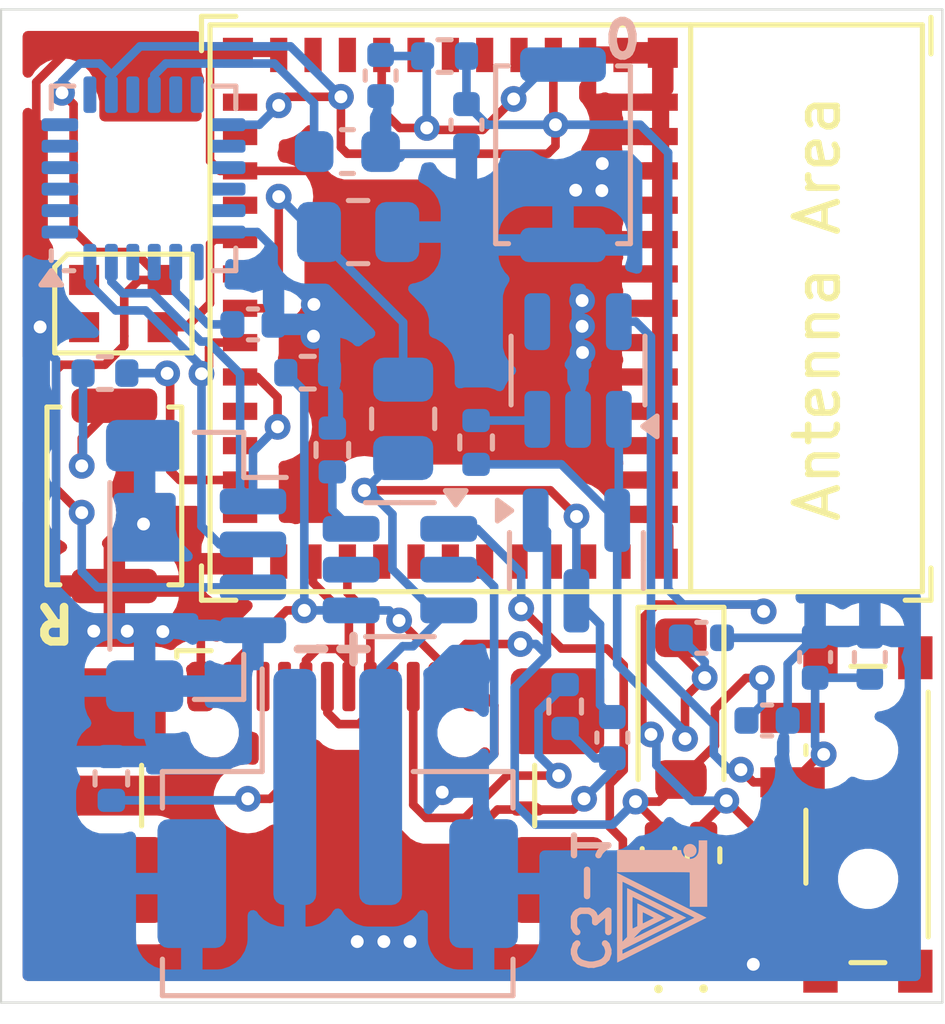
<source format=kicad_pcb>
(kicad_pcb (version 20240108) (generator "pcbnew") (generator_version "8.0")
  (layers (0 "F.Cu" signal) (31 "B.Cu" signal) (34 "B.Paste" user) (35 "F.Paste" user) (36 "B.SilkS" user "B.Silkscreen") (37 "F.SilkS" user "F.Silkscreen") (38 "B.Mask" user) (39 "F.Mask" user) (44 "Edge.Cuts" user))
  (net 0 "")
  (net 1 "SDA")
  (net 2 "SCL")
  (net 3 "+3V3")
  (net 4 "Net-(D4-K)")
  (net 5 "GND")
  (net 6 "RGB_DI")
  (net 7 "RESET")
  (net 8 "+BATT")
  (net 9 "Net-(D2-K)")
  (net 10 "USB_N")
  (net 11 "VBUS")
  (net 12 "Net-(D1-A)")
  (net 13 "Net-(D2-A)")
  (net 14 "USB_P")
  (net 16 "SP_BAT")
  (net 17 "BOOT")
  (net 19 "Net-(U1-PROG)")
  (net 21 "Net-(U4-EN)")
  (net 41 "Net-(U2-REGOUT)")
  (net 42 "Net-(U2-CPOUT)")
  (net 65 "Net-(J2-CC2)")
  (net 68 "Net-(J2-CC1)")
  (net 69 "Net-(SW1-A)")
  (net 72 "Net-(SW3-C)")
  (footprint "LED_SMD:LED_0402_1005Metric" (layer "F.Cu") (at 126.17 72.45 90)
    (property "Reference" "D2" (hide yes))
    (property "Value" "BLUE" (hide yes))
  )
  (footprint "LED_SMD:LED_WS2812B-2020_PLCC4_2.0x2.0mm" (layer "F.Cu") (at 113.7 57.575)
    (property "Reference" "D3" (hide yes))
    (property "Value" "WS2812B-2020" (hide yes))
  )
  (footprint "Button_Switch_SMD:SW_Push_SPST_NO_Alps_SKRK" (layer "F.Cu") (at 113.49 62.055 -90)
    (property "Reference" "SW1" (hide yes))
    (property "Value" "Boot" (hide yes))
  )
  (footprint "Resistor_SMD:R_0402_1005Metric" (layer "F.Cu") (at 127.22 70.425 -90)
    (property "Reference" "R3" (hide yes))
    (property "Value" "2K" (hide yes))
  )
  (footprint "Connector_USB:USB_C_Receptacle_GCT_USB4110" (layer "F.Cu") (at 118.705 70.175)
    (property "Reference" "J2" (hide yes))
    (property "Value" "USB_C_Receptacle_USB2.0_16P" (hide yes))
  )
  (footprint "Diode_SMD:D_SOD-123" (layer "F.Cu") (at 126.695 67.01 -90)
    (property "Reference" "D4" (hide yes))
    (property "Value" "MBR0530" (hide yes))
  )
  (footprint "Resistor_SMD:R_0402_1005Metric" (layer "F.Cu") (at 126.17 70.425 90)
    (property "Reference" "R10" (hide yes))
    (property "Value" "2K" (hide yes))
  )
  (footprint "PCM_Espressif:ESP32-C3-MINI-1" (layer "F.Cu") (at 124.02 57.685 -90)
    (property "Reference" "U3" (hide yes))
    (property "Value" "ESP32-C3-MINI-1" (hide yes))
  )
  (footprint "Button_Switch_SMD:SW_SPDT_PCM12" (layer "F.Cu") (at 130.725 69.475 90)
    (property "Reference" "SW3" (hide yes))
    (property "Value" "SW_SPDT_312" (hide yes))
  )
  (footprint "LED_SMD:LED_0402_1005Metric" (layer "F.Cu") (at 127.22 72.44 90)
    (property "Reference" "D1" (hide yes))
    (property "Value" "RED" (hide yes))
  )
  (footprint "Resistor_SMD:R_0402_1005Metric" (layer "B.Cu") (at 121.92 60.81 90)
    (property "Reference" "R13" (hide yes))
    (property "Value" "10K" (hide yes))
  )
  (footprint "Resistor_SMD:R_0402_1005Metric" (layer "B.Cu") (at 117.995 59.185)
    (property "Reference" "R12" (hide yes))
    (property "Value" "10K" (hide yes))
  )
  (footprint "Capacitor_SMD:C_0402_1005Metric" (layer "B.Cu") (at 121.695 53.41 -90)
    (property "Reference" "C1" (hide yes))
    (property "Value" "1.0uF" (hide yes))
  )
  (footprint "Resistor_SMD:R_0402_1005Metric" (layer "B.Cu") (at 113.27 59.195 180)
    (property "Reference" "R1" (hide yes))
    (property "Value" "10K" (hide yes))
  )
  (footprint "Capacitor_SMD:C_0402_1005Metric" (layer "B.Cu") (at 129.82 65.81 90)
    (property "Reference" "C9" (hide yes))
    (property "Value" "1.0uF" (hide yes))
  )
  (footprint "Resistor_SMD:R_0402_1005Metric" (layer "B.Cu") (at 118.57 60.985 90)
    (property "Reference" "R2" (hide yes))
    (property "Value" "2K" (hide yes))
  )
  (footprint "Button_Switch_SMD:SW_Push_SPST_NO_Alps_SKRK" (layer "B.Cu") (at 123.945 54.11 -90)
    (property "Reference" "SW2" (hide yes))
    (property "Value" "Reset" (hide yes))
  )
  (footprint "Resistor_SMD:R_0805_2012Metric" (layer "B.Cu") (at 120.22 60.26 90)
    (property "Reference" "R4" (hide yes))
    (property "Value" "442K" (hide yes))
  )
  (footprint "Package_TO_SOT_SMD:SOT-23" (layer "B.Cu") (at 124.2575 63.56 -90)
    (property "Reference" "Q1" (hide yes))
    (property "Value" "AO3401A" (hide yes))
  )
  (footprint "Package_TO_SOT_SMD:SOT-23-5" (layer "B.Cu") (at 124.295 59.135 90)
    (property "Reference" "U4" (hide yes))
    (property "Value" "AP2112K-3.3" (hide yes))
  )
  (footprint "Capacitor_SMD:C_0402_1005Metric" (layer "B.Cu") (at 128.7 67.285)
    (property "Reference" "C3" (hide yes))
    (property "Value" "10uF" (hide yes))
  )
  (footprint "Resistor_SMD:R_0805_2012Metric" (layer "B.Cu") (at 119.17 55.91)
    (property "Reference" "R5" (hide yes))
    (property "Value" "160K" (hide yes))
  )
  (footprint "Package_TO_SOT_SMD:TSOT-23-6" (layer "B.Cu") (at 120.145 63.7725 180)
    (property "Reference" "U1" (hide yes))
    (property "Value" "TP4057" (hide yes))
  )
  (footprint "Connector_JST:JST_PH_B2B-PH-SM4-TB_1x02-1MP_P2.00mm_Vertical" (layer "B.Cu") (at 118.695 69.335)
    (property "Reference" "J1" (hide yes))
    (property "Value" "PH2.0" (hide yes))
  )
  (footprint "Capacitor_SMD:C_0402_1005Metric" (layer "B.Cu") (at 127.17 65.36)
    (property "Reference" "C7" (hide yes))
    (property "Value" "1.0uF" (hide yes))
  )
  (footprint "Capacitor_SMD:C_0603_1608Metric" (layer "B.Cu") (at 118.92 54.035 180)
    (property "Reference" "C5" (hide yes))
    (property "Value" "2.2nF" (hide yes))
  )
  (footprint "Resistor_SMD:R_0402_1005Metric" (layer "B.Cu") (at 123.995 66.96 90)
    (property "Reference" "R6" (hide yes))
    (property "Value" "5.1K" (hide yes))
  )
  (footprint "Connector_JST:JST_SH_BM04B-SRSS-TB_1x04-1MP_P1.00mm_Vertical" (layer "B.Cu") (at 115.395 63.685 -90)
    (property "Reference" "J3" (hide yes))
    (property "Value" "SH1.0" (hide yes))
  )
  (footprint "Capacitor_SMD:C_0402_1005Metric" (layer "B.Cu") (at 116.72 58.06)
    (property "Reference" "C6" (hide yes))
    (property "Value" "100nF" (hide yes))
  )
  (footprint "Capacitor_SMD:C_0402_1005Metric" (layer "B.Cu") (at 131.095 65.81 90)
    (property "Reference" "C8" (hide yes))
    (property "Value" "1.0uF" (hide yes))
  )
  (footprint "LOGO" (layer "B.Cu") (at 126.28 71.58 90)
    (property "Reference" "G***" (hide yes))
    (property "Value" "LOGO" (hide yes))
  )
  (footprint "Capacitor_SMD:C_0402_1005Metric" (layer "B.Cu") (at 119.695 52.265 -90)
    (property "Reference" "C4" (hide yes))
    (property "Value" "100nF" (hide yes))
  )
  (footprint "Resistor_SMD:R_0402_1005Metric" (layer "B.Cu") (at 121.185 51.81 180)
    (property "Reference" "R11" (hide yes))
    (property "Value" "10K" (hide yes))
  )
  (footprint "Sensor_Motion:InvenSense_QFN-24_4x4mm_P0.5mm" (layer "B.Cu") (at 114.17 54.66)
    (property "Reference" "U2" (hide yes))
    (property "Value" "MPU-6050" (hide yes))
  )
  (footprint "Capacitor_SMD:C_0402_1005Metric" (layer "B.Cu") (at 125.095 67.685 -90)
    (property "Reference" "C2" (hide yes))
    (property "Value" "10uF" (hide yes))
  )
  (footprint "Resistor_SMD:R_0402_1005Metric" (layer "B.Cu") (at 113.42 68.635 -90)
    (property "Reference" "R7" (hide yes))
    (property "Value" "5.1K" (hide yes))
  )
  (gr_line (start 132.785 50.725) (end 132.785 73.855) (stroke (width 0.05)) (layer "Edge.Cuts"))
  (gr_line (start 132.785 73.855) (end 110.85 73.855) (stroke (width 0.05)) (layer "Edge.Cuts"))
  (gr_line (start 110.85 73.855) (end 110.85 50.725) (stroke (width 0.05)) (layer "Edge.Cuts"))
  (gr_line (start 110.85 50.725) (end 132.785 50.725) (stroke (width 0.05)) (layer "Edge.Cuts"))
  (gr_text "0" (at 124.82 51.905 0) (layer "B.SilkS") (effects (font (size 0.8 0.8) (thickness 0.2) (bold yes)) (justify right bottom mirror)))
  (gr_text "C3-1" (at 124.095 73.225 270) (layer "B.SilkS") (effects (font (size 0.8 0.8) (thickness 0.15) (bold yes)) (justify left bottom mirror)))
  (gr_text "+-" (at 119.69 66.035 0) (layer "B.SilkS") (effects (font (size 0.8 0.8) (thickness 0.2) (bold yes)) (justify left bottom mirror)))
  (gr_text "R" (at 112.64 64.535 180) (layer "F.SilkS") (effects (font (size 0.8 0.8) (thickness 0.2) (bold yes)) (justify left bottom)))
  (segment (start 115.695 58.61) (end 115.82 58.485) (width 0.2) (layer "F.Cu") (net 1))
  (segment (start 115.519998 59.209817) (end 115.695 59.034815) (width 0.2) (layer "F.Cu") (net 1))
  (segment (start 115.695 59.034815) (end 115.695 58.61) (width 0.2) (layer "F.Cu") (net 1))
  (segment (start 115.82 58.485) (end 116.42 58.485) (width 0.2) (layer "F.Cu") (net 1))
  (via (at 115.519998 59.209817) (size 0.6) (drill 0.3) (layers "F.Cu" "B.Cu") (net 1))
  (segment (start 115.519998 59.209817) (end 115.519998 62.759997) (width 0.2) (layer "B.Cu") (net 1))
  (segment (start 115.519998 59.209817) (end 115.519998 59.04137) (width 0.2) (layer "B.Cu") (net 1))
  (segment (start 115.945001 63.185) (end 116.72 63.185) (width 0.2) (layer "B.Cu") (net 1))
  (segment (start 113.521904 57.735) (end 112.92 57.133096) (width 0.2) (layer "B.Cu") (net 1))
  (segment (start 112.92 57.133096) (end 112.92 56.61) (width 0.2) (layer "B.Cu") (net 1))
  (segment (start 115.519998 59.04137) (end 114.213628 57.735) (width 0.2) (layer "B.Cu") (net 1))
  (segment (start 114.213628 57.735) (end 113.521904 57.735) (width 0.2) (layer "B.Cu") (net 1))
  (segment (start 115.519998 62.759997) (end 115.945001 63.185) (width 0.2) (layer "B.Cu") (net 1))
  (segment (start 117.293257 60.446337) (end 117.293257 59.758257) (width 0.2) (layer "F.Cu") (net 2))
  (segment (start 116.82 59.285) (end 116.42 59.285) (width 0.2) (layer "F.Cu") (net 2))
  (segment (start 117.293257 59.758257) (end 116.82 59.285) (width 0.2) (layer "F.Cu") (net 2))
  (via (at 117.293257 60.446337) (size 0.6) (drill 0.3) (layers "F.Cu" "B.Cu") (net 2))
  (segment (start 116.72 61.019594) (end 117.293257 60.446337) (width 0.2) (layer "B.Cu") (net 2))
  (segment (start 116.42 61.885) (end 116.42 59.21) (width 0.2) (layer "B.Cu") (net 2))
  (segment (start 115.504314 58.46) (end 114.379314 57.335) (width 0.2) (layer "B.Cu") (net 2))
  (segment (start 114.379314 57.335) (end 113.68759 57.335) (width 0.2) (layer "B.Cu") (net 2))
  (segment (start 115.67 58.46) (end 115.504314 58.46) (width 0.2) (layer "B.Cu") (net 2))
  (segment (start 113.42 57.06741) (end 113.42 56.61) (width 0.2) (layer "B.Cu") (net 2))
  (segment (start 113.68759 57.335) (end 113.42 57.06741) (width 0.2) (layer "B.Cu") (net 2))
  (segment (start 116.72 62.185) (end 116.42 61.885) (width 0.2) (layer "B.Cu") (net 2))
  (segment (start 116.72 62.185) (end 116.72 61.019594) (width 0.2) (layer "B.Cu") (net 2))
  (segment (start 116.42 59.21) (end 115.67 58.46) (width 0.2) (layer "B.Cu") (net 2))
  (segment (start 123.77 53.905) (end 123.77 53.41) (width 0.2) (layer "F.Cu") (net 3))
  (segment (start 123.72 51.785) (end 123.72 53.36) (width 0.2) (layer "F.Cu") (net 3))
  (segment (start 114.065 57.025) (end 113.72 57.37) (width 0.2) (layer "F.Cu") (net 3))
  (segment (start 128.46 64.585) (end 126.12 64.585) (width 0.2) (layer "F.Cu") (net 3))
  (segment (start 126.12 64.585) (end 125.795 64.91) (width 0.2) (layer "F.Cu") (net 3))
  (segment (start 112.26 59) (end 113.27 59) (width 0.2) (layer "F.Cu") (net 3))
  (segment (start 117.518529 52.76) (end 117.32 52.958529) (width 0.2) (layer "F.Cu") (net 3))
  (segment (start 127.765 69.155) (end 128.995 70.385) (width 0.2) (layer "F.Cu") (net 3))
  (segment (start 118.92 54.085) (end 123.59 54.085) (width 0.2) (layer "F.Cu") (net 3))
  (segment (start 114.615 57.025) (end 114.065 57.025) (width 0.2) (layer "F.Cu") (net 3))
  (segment (start 113.72 58.55) (end 113.72 58.335) (width 0.2) (layer "F.Cu") (net 3))
  (segment (start 123.72 53.36) (end 123.77 53.41) (width 0.2) (layer "F.Cu") (net 3))
  (segment (start 118.77 53.935) (end 118.92 54.085) (width 0.2) (layer "F.Cu") (net 3))
  (segment (start 113.72 57.37) (end 113.72 58.335) (width 0.2) (layer "F.Cu") (net 3))
  (segment (start 113.27 59) (end 113.72 58.55) (width 0.2) (layer "F.Cu") (net 3))
  (segment (start 112.13 59.13) (end 112.26 59) (width 0.2) (layer "F.Cu") (net 3))
  (segment (start 125.795 64.91) (end 125.795 67.41) (width 0.2) (layer "F.Cu") (net 3))
  (segment (start 127.22 69.915) (end 127.22 69.685) (width 0.2) (layer "F.Cu") (net 3))
  (segment (start 123.59 54.085) (end 123.77 53.905) (width 0.2) (layer "F.Cu") (net 3))
  (segment (start 112.13 61.885) (end 112.13 59.13) (width 0.2) (layer "F.Cu") (net 3))
  (segment (start 118.77 52.76) (end 118.77 53.935) (width 0.2) (layer "F.Cu") (net 3))
  (segment (start 112.54 55.871422) (end 113.043578 56.375) (width 0.2) (layer "F.Cu") (net 3))
  (segment (start 118.77 52.76) (end 117.518529 52.76) (width 0.2) (layer "F.Cu") (net 3))
  (segment (start 112.27 52.666633) (end 112.54 52.936633) (width 0.2) (layer "F.Cu") (net 3))
  (segment (start 128.995 70.385) (end 128.995 71.71) (width 0.2) (layer "F.Cu") (net 3))
  (segment (start 112.73 62.445) (end 112.69 62.445) (width 0.2) (layer "F.Cu") (net 3))
  (segment (start 113.043578 56.375) (end 113.965 56.375) (width 0.2) (layer "F.Cu") (net 3))
  (segment (start 112.69 62.445) (end 112.13 61.885) (width 0.2) (layer "F.Cu") (net 3))
  (segment (start 112.54 52.936633) (end 112.54 55.871422) (width 0.2) (layer "F.Cu") (net 3))
  (segment (start 125.795 67.41) (end 125.995 67.61) (width 0.2) (layer "F.Cu") (net 3))
  (segment (start 128.62 64.745) (end 128.46 64.585) (width 0.2) (layer "F.Cu") (net 3))
  (segment (start 127.22 69.685) (end 127.75 69.155) (width 0.2) (layer "F.Cu") (net 3))
  (segment (start 114.615 57.025) (end 113.965 56.375) (width 0.2) (layer "F.Cu") (net 3))
  (segment (start 127.75 69.155) (end 127.765 69.155) (width 0.2) (layer "F.Cu") (net 3))
  (via (at 112.27 52.666633) (size 0.6) (drill 0.3) (layers "F.Cu" "B.Cu") (net 3))
  (via (at 127.75 69.155) (size 0.6) (drill 0.3) (layers "F.Cu" "B.Cu") (net 3))
  (via (at 128.62 64.745) (size 0.6) (drill 0.3) (layers "F.Cu" "B.Cu") (net 3))
  (via (at 118.77 52.76) (size 0.6) (drill 0.3) (layers "F.Cu" "B.Cu") (net 3))
  (via (at 112.73 62.445) (size 0.6) (drill 0.3) (layers "F.Cu" "B.Cu") (net 3))
  (via (at 125.995 67.61) (size 0.6) (drill 0.3) (layers "F.Cu" "B.Cu") (net 3))
  (via (at 123.77 53.41) (size 0.6) (drill 0.3) (layers "F.Cu" "B.Cu") (net 3))
  (via (at 117.32 52.958529) (size 0.6) (drill 0.3) (layers "F.Cu" "B.Cu") (net 3))
  (segment (start 126.12 68.325) (end 126.12 67.735) (width 0.2) (layer "B.Cu") (net 3))
  (segment (start 113.42 52.25259) (end 114.08759 51.585) (width 0.2) (layer "B.Cu") (net 3))
  (segment (start 125.745 53.41) (end 123.77 53.41) (width 0.2) (layer "B.Cu") (net 3))
  (segment (start 112.27 52.666633) (end 112.27 52.40259) (width 0.2) (layer "B.Cu") (net 3))
  (segment (start 112.27 52.40259) (end 112.68759 51.985) (width 0.2) (layer "B.Cu") (net 3))
  (segment (start 127.75 69.155) (end 126.95 69.155) (width 0.2) (layer "B.Cu") (net 3))
  (segment (start 121.695 51.81) (end 121.695 52.93) (width 0.2) (layer "B.Cu") (net 3))
  (segment (start 121.695 52.93) (end 122.175 53.41) (width 0.2) (layer "B.Cu") (net 3))
  (segment (start 112.73 63.82) (end 113.095 64.185) (width 0.2) (layer "B.Cu") (net 3))
  (segment (start 122.175 53.41) (end 123.77 53.41) (width 0.2) (layer "B.Cu") (net 3))
  (segment (start 126.395 64.235) (end 126.395 54.06) (width 0.2) (layer "B.Cu") (net 3))
  (segment (start 116.12 53.41) (end 116.868529 53.41) (width 0.2) (layer "B.Cu") (net 3))
  (segment (start 113.095 64.185) (end 116.72 64.185) (width 0.2) (layer "B.Cu") (net 3))
  (segment (start 126.95 69.155) (end 126.12 68.325) (width 0.2) (layer "B.Cu") (net 3))
  (segment (start 114.08759 51.585) (end 117.595 51.585) (width 0.2) (layer "B.Cu") (net 3))
  (segment (start 126.395 54.06) (end 125.745 53.41) (width 0.2) (layer "B.Cu") (net 3))
  (segment (start 113.42 52.25259) (end 113.42 52.71) (width 0.2) (layer "B.Cu") (net 3))
  (segment (start 126.745 64.585) (end 126.395 64.235) (width 0.2) (layer "B.Cu") (net 3))
  (segment (start 117.595 51.585) (end 118.77 52.76) (width 0.2) (layer "B.Cu") (net 3))
  (segment (start 126.12 67.735) (end 125.995 67.61) (width 0.2) (layer "B.Cu") (net 3))
  (segment (start 112.68759 51.985) (end 113.15241 51.985) (width 0.2) (layer "B.Cu") (net 3))
  (segment (start 116.868529 53.41) (end 117.32 52.958529) (width 0.2) (layer "B.Cu") (net 3))
  (segment (start 113.15241 51.985) (end 113.42 52.25259) (width 0.2) (layer "B.Cu") (net 3))
  (segment (start 112.73 62.445) (end 112.73 63.82) (width 0.2) (layer "B.Cu") (net 3))
  (segment (start 128.46 64.585) (end 126.745 64.585) (width 0.2) (layer "B.Cu") (net 3))
  (segment (start 128.62 64.745) (end 128.46 64.585) (width 0.2) (layer "B.Cu") (net 3))
  (segment (start 127.246765 66.288235) (end 126.788728 66.746272) (width 0.2) (layer "F.Cu") (net 4))
  (segment (start 126.695 65.36) (end 126.695 65.73647) (width 0.2) (layer "F.Cu") (net 4))
  (segment (start 126.788728 66.746272) (end 126.788728 67.71) (width 0.2) (layer "F.Cu") (net 4))
  (segment (start 126.695 65.73647) (end 127.246765 66.288235) (width 0.2) (layer "F.Cu") (net 4))
  (via (at 127.246765 66.288235) (size 0.6) (drill 0.3) (layers "F.Cu" "B.Cu") (net 4))
  (via (at 126.788728 67.71) (size 0.6) (drill 0.3) (layers "F.Cu" "B.Cu") (net 4))
  (segment (start 125.2075 65.973971) (end 125.2075 62.6225) (width 0.2) (layer "B.Cu") (net 4))
  (segment (start 125.245 60.2725) (end 125.245 62.585) (width 0.2) (layer "B.Cu") (net 4))
  (segment (start 126.788728 67.555199) (end 125.2075 65.973971) (width 0.2) (layer "B.Cu") (net 4))
  (segment (start 123.905 61.32) (end 125.2075 62.6225) (width 0.2) (layer "B.Cu") (net 4))
  (segment (start 121.92 61.32) (end 123.905 61.32) (width 0.2) (layer "B.Cu") (net 4))
  (segment (start 125.245 62.585) (end 125.2075 62.6225) (width 0.2) (layer "B.Cu") (net 4))
  (segment (start 127.246765 66.288235) (end 127.246765 65.916765) (width 0.2) (layer "B.Cu") (net 4))
  (segment (start 126.788728 67.71) (end 126.788728 67.555199) (width 0.2) (layer "B.Cu") (net 4))
  (segment (start 127.246765 65.916765) (end 126.69 65.36) (width 0.2) (layer "B.Cu") (net 4))
  (segment (start 112.353104 51.735) (end 116.37 51.735) (width 0.2) (layer "F.Cu") (net 5))
  (segment (start 115.95 54.485) (end 116.42 54.485) (width 0.2) (layer "F.Cu") (net 5))
  (segment (start 111.76 58.12) (end 111.67 58.03) (width 0.2) (layer "F.Cu") (net 5))
  (segment (start 114.62 65.215) (end 115.31 65.215) (width 0.2) (layer "F.Cu") (net 5))
  (segment (start 117.27 51.735) (end 117.32 51.785) (width 0.2) (layer "F.Cu") (net 5))
  (segment (start 115.72 51.925) (end 115.72 54.255) (width 0.2) (layer "F.Cu") (net 5))
  (segment (start 121.45 68.955) (end 122.345 68.06) (width 0.2) (layer "F.Cu") (net 5))
  (segment (start 112.785 58.125) (end 111.765 58.125) (width 0.2) (layer "F.Cu") (net 5))
  (segment (start 122.095 69.685) (end 122.095 71.085) (width 0.2) (layer "F.Cu") (net 5))
  (segment (start 116.37 51.735) (end 115.91 51.735) (width 0.2) (layer "F.Cu") (net 5))
  (segment (start 121.13 68.955) (end 121.45 68.955) (width 0.2) (layer "F.Cu") (net 5))
  (segment (start 116.37 51.735) (end 117.27 51.735) (width 0.2) (layer "F.Cu") (net 5))
  (segment (start 115.505 65.41) (end 115.505 66.495) (width 0.2) (layer "F.Cu") (net 5))
  (segment (start 124.185 69.36) (end 122.42 69.36) (width 0.2) (layer "F.Cu") (net 5))
  (segment (start 111.765 58.125) (end 111.76 58.12) (width 0.2) (layer "F.Cu") (net 5))
  (segment (start 115.72 54.255) (end 115.95 54.485) (width 0.2) (layer "F.Cu") (net 5))
  (segment (start 115.91 51.735) (end 115.72 51.925) (width 0.2) (layer "F.Cu") (net 5))
  (segment (start 124.435 69.11) (end 124.185 69.36) (width 0.2) (layer "F.Cu") (net 5))
  (segment (start 122.345 66.935) (end 121.905 66.495) (width 0.2) (layer "F.Cu") (net 5))
  (segment (start 111.67 52.418104) (end 112.353104 51.735) (width 0.2) (layer "F.Cu") (net 5))
  (segment (start 118.12 54.485) (end 119.345 55.71) (width 0.2) (layer "F.Cu") (net 5))
  (segment (start 116.42 54.485) (end 118.12 54.485) (width 0.2) (layer "F.Cu") (net 5))
  (segment (start 115.31 65.215) (end 115.505 65.41) (width 0.2) (layer "F.Cu") (net 5))
  (segment (start 111.67 58.03) (end 111.67 52.418104) (width 0.2) (layer "F.Cu") (net 5))
  (segment (start 122.42 69.36) (end 122.095 69.685) (width 0.2) (layer "F.Cu") (net 5))
  (segment (start 122.345 68.06) (end 122.345 66.935) (width 0.2) (layer "F.Cu") (net 5))
  (via (at 111.76 58.12) (size 0.6) (drill 0.3) (layers "F.Cu" "B.Cu") (net 5))
  (via (at 124.24 54.935) (size 0.6) (drill 0.3) (layers "F.Cu" "B.Cu") (net 5))
  (via (at 121.13 68.955) (size 0.6) (drill 0.3) (layers "F.Cu" "B.Cu") (net 5))
  (via (at 118.14 57.595) (size 0.6) (drill 0.3) (layers "F.Cu" "B.Cu") (net 5))
  (via (at 124.435 69.11) (size 0.6) (drill 0.3) (layers "F.Cu" "B.Cu") (net 5))
  (via (at 113.01 65.205) (size 0.6) (drill 0.3) (layers "F.Cu" "B.Cu") (net 5))
  (via (at 114.17 62.71) (size 0.6) (drill 0.3) (layers "F.Cu" "B.Cu") (net 5))
  (via (at 128.38 72.965) (size 0.6) (drill 0.3) (layers "F.Cu" "B.Cu") (net 5))
  (via (at 124.4 58.715) (size 0.6) (drill 0.3) (layers "F.Cu" "B.Cu") (net 5))
  (via (at 114.62 65.215) (size 0.6) (drill 0.3) (layers "F.Cu" "B.Cu") (net 5))
  (via (at 118.13 58.335) (size 0.6) (drill 0.3) (layers "F.Cu" "B.Cu") (net 5))
  (via (at 119.15 72.435) (size 0.6) (drill 0.3) (layers "F.Cu" "B.Cu") (net 5))
  (via (at 119.77 72.435) (size 0.6) (drill 0.3) (layers "F.Cu" "B.Cu") (net 5))
  (via (at 120.38 72.435) (size 0.6) (drill 0.3) (layers "F.Cu" "B.Cu") (net 5))
  (via (at 124.85 54.945) (size 0.6) (drill 0.3) (layers "F.Cu" "B.Cu") (net 5))
  (via (at 124.86 54.315) (size 0.6) (drill 0.3) (layers "F.Cu" "B.Cu") (net 5))
  (via (at 124.39 57.505) (size 0.6) (drill 0.3) (layers "F.Cu" "B.Cu") (net 5))
  (via (at 113.79 65.205) (size 0.6) (drill 0.3) (layers "F.Cu" "B.Cu") (net 5))
  (via (at 124.39 58.105) (size 0.6) (drill 0.3) (layers "F.Cu" "B.Cu") (net 5))
  (segment (start 121.46 68.955) (end 122.34 68.075) (width 0.2) (layer "B.Cu") (net 5))
  (segment (start 112.13 64.505) (end 112.83 65.205) (width 0.2) (layer "B.Cu") (net 5))
  (segment (start 121.944999 63.7725) (end 121.2825 63.7725) (width 0.2) (layer "B.Cu") (net 5))
  (segment (start 111.76 58.12) (end 111.76 58.516076) (width 0.2) (layer "B.Cu") (net 5))
  (segment (start 129.79 65.36) (end 127.65 65.36) (width 0.2) (layer "B.Cu") (net 5))
  (segment (start 112.13 58.886076) (end 112.13 64.505) (width 0.2) (layer "B.Cu") (net 5))
  (segment (start 111.76 58.516076) (end 112.13 58.886076) (width 0.2) (layer "B.Cu") (net 5))
  (segment (start 118.57 59.25) (end 118.505 59.185) (width 0.2) (layer "B.Cu") (net 5))
  (segment (start 125.095 68.45) (end 125.095 68.165) (width 0.2) (layer "B.Cu") (net 5))
  (segment (start 119.695 54.035) (end 119.745 54.085) (width 0.2) (layer "B.Cu") (net 5))
  (segment (start 122.34 64.167501) (end 121.944999 63.7725) (width 0.2) (layer "B.Cu") (net 5))
  (segment (start 121.5 54.085) (end 121.695 53.89) (width 0.2) (layer "B.Cu") (net 5))
  (segment (start 119.695 54.035) (end 119.695 52.745) (width 0.2) (layer "B.Cu") (net 5))
  (segment (start 122.34 68.075) (end 122.34 64.167501) (width 0.2) (layer "B.Cu") (net 5))
  (segment (start 118.505 58.71) (end 118.505 59.185) (width 0.2) (layer "B.Cu") (net 5))
  (segment (start 117.2 58.06) (end 117.2 56.29) (width 0.2) (layer "B.Cu") (net 5))
  (segment (start 112.83 65.205) (end 113.01 65.205) (width 0.2) (layer "B.Cu") (net 5))
  (segment (start 117.855 58.06) (end 118.13 58.335) (width 0.2) (layer "B.Cu") (net 5))
  (segment (start 118.57 60.475) (end 118.57 59.25) (width 0.2) (layer "B.Cu") (net 5))
  (segment (start 121.13 68.955) (end 121.46 68.955) (width 0.2) (layer "B.Cu") (net 5))
  (segment (start 116.82 55.91) (end 116.12 55.91) (width 0.2) (layer "B.Cu") (net 5))
  (segment (start 125.095 68.165) (end 124.69 68.165) (width 0.2) (layer "B.Cu") (net 5))
  (segment (start 124.69 68.165) (end 123.995 67.47) (width 0.2) (layer "B.Cu") (net 5))
  (segment (start 117.2 58.06) (end 117.855 58.06) (width 0.2) (layer "B.Cu") (net 5))
  (segment (start 129.18 65.97) (end 129.82 65.33) (width 0.2) (layer "B.Cu") (net 5))
  (segment (start 129.18 67.285) (end 129.18 65.97) (width 0.2) (layer "B.Cu") (net 5))
  (segment (start 124.435 69.11) (end 125.095 68.45) (width 0.2) (layer "B.Cu") (net 5))
  (segment (start 118.13 58.335) (end 118.505 58.71) (width 0.2) (layer "B.Cu") (net 5))
  (segment (start 119.745 54.085) (end 121.5 54.085) (width 0.2) (layer "B.Cu") (net 5))
  (segment (start 117.2 56.29) (end 116.82 55.91) (width 0.2) (layer "B.Cu") (net 5))
  (segment (start 129.82 65.33) (end 129.79 65.36) (width 0.2) (layer "B.Cu") (net 5))
  (segment (start 115.165 58.125) (end 115.72 57.57) (width 0.2) (layer "F.Cu") (net 6))
  (segment (start 115.72 57.57) (end 115.72 56.185) (width 0.2) (layer "F.Cu") (net 6))
  (segment (start 114.615 58.125) (end 115.165 58.125) (width 0.2) (layer "F.Cu") (net 6))
  (segment (start 115.82 56.085) (end 116.42 56.085) (width 0.2) (layer "F.Cu") (net 6))
  (segment (start 115.72 56.185) (end 115.82 56.085) (width 0.2) (layer "F.Cu") (net 6))
  (segment (start 122.795 52.81) (end 122.075 53.53) (width 0.2) (layer "F.Cu") (net 7))
  (segment (start 122.075 53.53) (end 120.815 53.53) (width 0.2) (layer "F.Cu") (net 7))
  (segment (start 120.815 53.53) (end 120.77 53.485) (width 0.2) (layer "F.Cu") (net 7))
  (segment (start 120.14 53.485) (end 119.72 53.065) (width 0.2) (layer "F.Cu") (net 7))
  (segment (start 120.77 53.485) (end 120.14 53.485) (width 0.2) (layer "F.Cu") (net 7))
  (segment (start 119.72 53.065) (end 119.72 51.785) (width 0.2) (layer "F.Cu") (net 7))
  (via (at 122.795 52.81) (size 0.6) (drill 0.3) (layers "F.Cu" "B.Cu") (net 7))
  (via (at 120.77 53.485) (size 0.6) (drill 0.3) (layers "F.Cu" "B.Cu") (net 7))
  (segment (start 123.595 52.01) (end 122.795 52.81) (width 0.2) (layer "B.Cu") (net 7))
  (segment (start 120.77 51.905) (end 120.675 51.81) (width 0.2) (layer "B.Cu") (net 7))
  (segment (start 119.745 51.81) (end 119.72 51.785) (width 0.2) (layer "B.Cu") (net 7))
  (segment (start 120.675 51.81) (end 119.745 51.81) (width 0.2) (layer "B.Cu") (net 7))
  (segment (start 120.77 53.485) (end 120.77 51.905) (width 0.2) (layer "B.Cu") (net 7))
  (segment (start 123.945 52.01) (end 123.595 52.01) (width 0.2) (layer "B.Cu") (net 7))
  (segment (start 123.65 61.925) (end 124.26 62.535) (width 0.2) (layer "F.Cu") (net 8))
  (segment (start 119.315958 61.931323) (end 119.322281 61.925) (width 0.2) (layer "F.Cu") (net 8))
  (segment (start 119.322281 61.925) (end 123.65 61.925) (width 0.2) (layer "F.Cu") (net 8))
  (via (at 119.315958 61.931323) (size 0.6) (drill 0.3) (layers "F.Cu" "B.Cu") (net 8))
  (via (at 124.26 62.535) (size 0.6) (drill 0.3) (layers "F.Cu" "B.Cu") (net 8))
  (segment (start 120.208336 65.556664) (end 120.448336 65.556664) (width 0.2) (layer "B.Cu") (net 8))
  (segment (start 119.695 66.07) (end 120.208336 65.556664) (width 0.2) (layer "B.Cu") (net 8))
  (segment (start 124.2575 62.5375) (end 124.26 62.535) (width 0.2) (layer "B.Cu") (net 8))
  (segment (start 119.695 68.835) (end 119.695 66.07) (width 0.2) (layer "B.Cu") (net 8))
  (segment (start 119.315958 61.931323) (end 119.419375 61.931323) (width 0.2) (layer "B.Cu") (net 8))
  (segment (start 124.8075 66.9175) (end 124.8075 65.0475) (width 0.2) (layer "B.Cu") (net 8))
  (segment (start 119.97 63.763052) (end 120.929448 64.7225) (width 0.2) (layer "B.Cu") (net 8))
  (segment (start 119.419375 61.931323) (end 119.97 62.481948) (width 0.2) (layer "B.Cu") (net 8))
  (segment (start 120.929448 64.7225) (end 121.2825 64.7225) (width 0.2) (layer "B.Cu") (net 8))
  (segment (start 119.315958 61.931323) (end 120.074781 61.1725) (width 0.2) (layer "B.Cu") (net 8))
  (segment (start 120.448336 65.556664) (end 121.2825 64.7225) (width 0.2) (layer "B.Cu") (net 8))
  (segment (start 120.074781 61.1725) (end 120.22 61.1725) (width 0.2) (layer "B.Cu") (net 8))
  (segment (start 119.97 62.481948) (end 119.97 63.763052) (width 0.2) (layer "B.Cu") (net 8))
  (segment (start 124.2575 64.4975) (end 124.2575 62.5375) (width 0.2) (layer "B.Cu") (net 8))
  (segment (start 124.8075 65.0475) (end 124.2575 64.4975) (width 0.2) (layer "B.Cu") (net 8))
  (segment (start 125.095 67.205) (end 124.8075 66.9175) (width 0.2) (layer "B.Cu") (net 8))
  (segment (start 125.34 70.07) (end 125.34 72.105) (width 0.2) (layer "F.Cu") (net 9))
  (segment (start 125.36 66) (end 125.36 68.44) (width 0.2) (layer "F.Cu") (net 9))
  (segment (start 122.97 64.675) (end 123.905 65.61) (width 0.2) (layer "F.Cu") (net 9))
  (segment (start 125.035 69.765) (end 125.34 70.07) (width 0.2) (layer "F.Cu") (net 9))
  (segment (start 123.905 65.61) (end 124.97 65.61) (width 0.2) (layer "F.Cu") (net 9))
  (segment (start 124.97 65.61) (end 125.36 66) (width 0.2) (layer "F.Cu") (net 9))
  (segment (start 125.035 68.765) (end 125.035 69.765) (width 0.2) (layer "F.Cu") (net 9))
  (segment (start 125.34 72.105) (end 126.17 72.935) (width 0.2) (layer "F.Cu") (net 9))
  (segment (start 125.36 68.44) (end 125.035 68.765) (width 0.2) (layer "F.Cu") (net 9))
  (via (at 122.97 64.675) (size 0.6) (drill 0.3) (layers "F.Cu" "B.Cu") (net 9))
  (segment (start 121.944999 62.8225) (end 121.2825 62.8225) (width 0.2) (layer "B.Cu") (net 9))
  (segment (start 122.97 63.847501) (end 121.944999 62.8225) (width 0.2) (layer "B.Cu") (net 9))
  (segment (start 122.97 64.675) (end 122.97 63.847501) (width 0.2) (layer "B.Cu") (net 9))
  (segment (start 118.955 64.91153) (end 118.955 66.495) (width 0.2) (layer "F.Cu") (net 10))
  (segment (start 117.955 66.495) (end 117.955 65.88759) (width 0.2) (layer "F.Cu") (net 10))
  (segment (start 118.12 64.07653) (end 118.955 64.91153) (width 0.2) (layer "F.Cu") (net 10))
  (segment (start 118.22259 65.62) (end 118.68741 65.62) (width 0.2) (layer "F.Cu") (net 10))
  (segment (start 117.955 65.88759) (end 118.22259 65.62) (width 0.2) (layer "F.Cu") (net 10))
  (segment (start 118.68741 65.62) (end 118.955 65.88759) (width 0.2) (layer "F.Cu") (net 10))
  (segment (start 118.955 65.88759) (end 118.955 66.495) (width 0.2) (layer "F.Cu") (net 10))
  (segment (start 118.12 63.585) (end 118.12 64.07653) (width 0.2) (layer "F.Cu") (net 10))
  (segment (start 127.48397 67.87103) (end 126.695 68.66) (width 0.2) (layer "F.Cu") (net 11))
  (segment (start 117.916341 64.7214) (end 117.503601 64.7214) (width 0.2) (layer "F.Cu") (net 11))
  (segment (start 128.58 66.296994) (end 128.208006 66.296994) (width 0.2) (layer "F.Cu") (net 11))
  (segment (start 121.105 65.936825) (end 120.124839 64.956664) (width 0.2) (layer "F.Cu") (net 11))
  (segment (start 117.503601 64.7214) (end 116.305 65.920001) (width 0.2) (layer "F.Cu") (net 11))
  (segment (start 127.48397 67.02103) (end 127.48397 67.87103) (width 0.2) (layer "F.Cu") (net 11))
  (segment (start 125.635 69.175) (end 126.18 69.175) (width 0.2) (layer "F.Cu") (net 11))
  (segment (start 121.105 66.495) (end 121.105 66.079448) (width 0.2) (layer "F.Cu") (net 11))
  (segment (start 121.105 66.495) (end 121.105 65.936825) (width 0.2) (layer "F.Cu") (net 11))
  (segment (start 125.635 69.175) (end 126.17 69.71) (width 0.2) (layer "F.Cu") (net 11))
  (segment (start 121.679741 65.504707) (end 122.951178 65.504707) (width 0.2) (layer "F.Cu") (net 11))
  (segment (start 128.208006 66.296994) (end 127.48397 67.02103) (width 0.2) (layer "F.Cu") (net 11))
  (segment (start 116.305 65.920001) (end 116.305 66.495) (width 0.2) (layer "F.Cu") (net 11))
  (segment (start 126.18 69.175) (end 126.695 68.66) (width 0.2) (layer "F.Cu") (net 11))
  (segment (start 121.105 66.079448) (end 121.679741 65.504707) (width 0.2) (layer "F.Cu") (net 11))
  (segment (start 126.17 69.71) (end 126.17 69.915) (width 0.2) (layer "F.Cu") (net 11))
  (via (at 128.58 66.296994) (size 0.6) (drill 0.3) (layers "F.Cu" "B.Cu") (net 11))
  (via (at 120.124839 64.956664) (size 0.6) (drill 0.3) (layers "F.Cu" "B.Cu") (net 11))
  (via (at 117.916341 64.7214) (size 0.6) (drill 0.3) (layers "F.Cu" "B.Cu") (net 11))
  (via (at 125.635 69.175) (size 0.6) (drill 0.3) (layers "F.Cu" "B.Cu") (net 11))
  (via (at 122.951178 65.504707) (size 0.6) (drill 0.3) (layers "F.Cu" "B.Cu") (net 11))
  (segment (start 123.304744 69.71) (end 122.82 69.225256) (width 0.2) (layer "B.Cu") (net 11))
  (segment (start 122.82 66.51) (end 123.57 65.76) (width 0.2) (layer "B.Cu") (net 11))
  (segment (start 117.916341 64.7214) (end 119.0064 64.7214) (width 0.2) (layer "B.Cu") (net 11))
  (segment (start 125.1 69.71) (end 123.304744 69.71) (width 0.2) (layer "B.Cu") (net 11))
  (segment (start 125.635 69.175) (end 125.1 69.71) (width 0.2) (layer "B.Cu") (net 11))
  (segment (start 128.58 66.296994) (end 128.58 66.925) (width 0.2) (layer "B.Cu") (net 11))
  (segment (start 122.951178 65.504707) (end 123.314707 65.504707) (width 0.2) (layer "B.Cu") (net 11))
  (segment (start 120.124839 64.956664) (end 119.890675 64.7225) (width 0.2) (layer "B.Cu") (net 11))
  (segment (start 123.57 62.885) (end 123.57 65.76) (width 0.2) (layer "B.Cu") (net 11))
  (segment (start 117.485 59.185) (end 117.916341 59.616341) (width 0.2) (layer "B.Cu") (net 11))
  (segment (start 119.0064 64.7214) (end 119.0075 64.7225) (width 0.2) (layer "B.Cu") (net 11))
  (segment (start 117.916341 59.616341) (end 117.916341 64.7214) (width 0.2) (layer "B.Cu") (net 11))
  (segment (start 119.890675 64.7225) (end 119.0075 64.7225) (width 0.2) (layer "B.Cu") (net 11))
  (segment (start 123.314707 65.504707) (end 123.57 65.76) (width 0.2) (layer "B.Cu") (net 11))
  (segment (start 122.82 69.225256) (end 122.82 66.51) (width 0.2) (layer "B.Cu") (net 11))
  (segment (start 128.58 66.925) (end 128.22 67.285) (width 0.2) (layer "B.Cu") (net 11))
  (segment (start 123.3075 62.6225) (end 123.57 62.885) (width 0.2) (layer "B.Cu") (net 11))
  (segment (start 127.22 71.955) (end 127.22 70.935) (width 0.2) (layer "F.Cu") (net 12))
  (segment (start 126.17 71.965) (end 126.17 70.935) (width 0.2) (layer "F.Cu") (net 13))
  (segment (start 119.18741 67.37) (end 119.455 67.10241) (width 0.2) (layer "F.Cu") (net 14))
  (segment (start 118.92 64.310844) (end 119.455 64.845844) (width 0.2) (layer "F.Cu") (net 14))
  (segment (start 118.72259 67.37) (end 119.18741 67.37) (width 0.2) (layer "F.Cu") (net 14))
  (segment (start 118.92 63.585) (end 118.92 64.310844) (width 0.2) (layer "F.Cu") (net 14))
  (segment (start 119.455 67.10241) (end 119.455 66.495) (width 0.2) (layer "F.Cu") (net 14))
  (segment (start 119.455 64.845844) (end 119.455 66.495) (width 0.2) (layer "F.Cu") (net 14))
  (segment (start 118.455 66.495) (end 118.455 67.10241) (width 0.2) (layer "F.Cu") (net 14))
  (segment (start 118.455 67.10241) (end 118.72259 67.37) (width 0.2) (layer "F.Cu") (net 14))
  (segment (start 117.320002 57.384998) (end 117.02 57.685) (width 0.2) (layer "F.Cu") (net 16))
  (segment (start 117.02 57.685) (end 116.42 57.685) (width 0.2) (layer "F.Cu") (net 16))
  (segment (start 117.320002 55.085) (end 117.320002 57.384998) (width 0.2) (layer "F.Cu") (net 16))
  (via (at 117.320002 55.085) (size 0.6) (drill 0.3) (layers "F.Cu" "B.Cu") (net 16))
  (segment (start 120.22 59.3475) (end 120.22 58.015) (width 0.2) (layer "B.Cu") (net 16))
  (segment (start 118.145002 55.91) (end 118.2575 55.91) (width 0.2) (layer "B.Cu") (net 16))
  (segment (start 120.22 58.015) (end 118.2575 56.0525) (width 0.2) (layer "B.Cu") (net 16))
  (segment (start 117.320002 55.085) (end 118.145002 55.91) (width 0.2) (layer "B.Cu") (net 16))
  (segment (start 118.2575 56.0525) (end 118.2575 55.91) (width 0.2) (layer "B.Cu") (net 16))
  (segment (start 114.79 61.465) (end 115.01 61.685) (width 0.2) (layer "F.Cu") (net 17))
  (segment (start 114.79 59.270531) (end 114.79 61.465) (width 0.2) (layer "F.Cu") (net 17))
  (segment (start 115.01 61.685) (end 116.42 61.685) (width 0.2) (layer "F.Cu") (net 17))
  (segment (start 114.720052 59.200583) (end 114.79 59.270531) (width 0.2) (layer "F.Cu") (net 17))
  (via (at 114.720052 59.200583) (size 0.6) (drill 0.3) (layers "F.Cu" "B.Cu") (net 17))
  (segment (start 114.720052 59.200583) (end 114.714469 59.195) (width 0.2) (layer "B.Cu") (net 17))
  (segment (start 114.714469 59.195) (end 113.78 59.195) (width 0.2) (layer "B.Cu") (net 17))
  (segment (start 118.57 62.385) (end 119.0075 62.8225) (width 0.2) (layer "B.Cu") (net 19))
  (segment (start 118.57 61.495) (end 118.57 62.385) (width 0.2) (layer "B.Cu") (net 19))
  (segment (start 123.3175 60.3) (end 123.345 60.2725) (width 0.2) (layer "B.Cu") (net 21))
  (segment (start 121.92 60.3) (end 123.3175 60.3) (width 0.2) (layer "B.Cu") (net 21))
  (segment (start 114.42 52.71) (end 114.42 52.25259) (width 0.2) (layer "B.Cu") (net 41))
  (segment (start 114.68759 51.985) (end 117.22 51.985) (width 0.2) (layer "B.Cu") (net 41))
  (segment (start 117.22 51.985) (end 118.145 52.91) (width 0.2) (layer "B.Cu") (net 41))
  (segment (start 118.145 52.91) (end 118.145 54.035) (width 0.2) (layer "B.Cu") (net 41))
  (segment (start 114.42 52.25259) (end 114.68759 51.985) (width 0.2) (layer "B.Cu") (net 41))
  (segment (start 114.92 57.31) (end 115.67 58.06) (width 0.2) (layer "B.Cu") (net 42))
  (segment (start 114.92 56.61) (end 114.92 57.31) (width 0.2) (layer "B.Cu") (net 42))
  (segment (start 115.67 58.06) (end 116.24 58.06) (width 0.2) (layer "B.Cu") (net 42))
  (segment (start 121.659315 69.555) (end 120.76 69.555) (width 0.2) (layer "F.Cu") (net 65))
  (segment (start 120.455 69.25) (end 120.455 66.495) (width 0.2) (layer "F.Cu") (net 65))
  (segment (start 123.844747 68.57) (end 122.644315 68.57) (width 0.2) (layer "F.Cu") (net 65))
  (segment (start 120.76 69.555) (end 120.455 69.25) (width 0.2) (layer "F.Cu") (net 65))
  (segment (start 122.644315 68.57) (end 121.659315 69.555) (width 0.2) (layer "F.Cu") (net 65))
  (via (at 123.844747 68.57) (size 0.6) (drill 0.3) (layers "F.Cu" "B.Cu") (net 65))
  (segment (start 123.375 68.100253) (end 123.375 67.07) (width 0.2) (layer "B.Cu") (net 65))
  (segment (start 123.375 67.07) (end 123.995 66.45) (width 0.2) (layer "B.Cu") (net 65))
  (segment (start 123.844747 68.57) (end 123.375 68.100253) (width 0.2) (layer "B.Cu") (net 65))
  (segment (start 117.12 69.11) (end 117.455 68.775) (width 0.2) (layer "F.Cu") (net 68))
  (segment (start 116.6 69.11) (end 117.12 69.11) (width 0.2) (layer "F.Cu") (net 68))
  (segment (start 117.455 68.775) (end 117.455 66.495) (width 0.2) (layer "F.Cu") (net 68))
  (via (at 116.6 69.11) (size 0.6) (drill 0.3) (layers "F.Cu" "B.Cu") (net 68))
  (segment (start 116.6 69.11) (end 116.565 69.145) (width 0.2) (layer "B.Cu") (net 68))
  (segment (start 116.565 69.145) (end 113.42 69.145) (width 0.2) (layer "B.Cu") (net 68))
  (segment (start 112.73 60.715) (end 113.49 59.955) (width 0.2) (layer "F.Cu") (net 69))
  (segment (start 112.73 61.355) (end 112.73 60.715) (width 0.2) (layer "F.Cu") (net 69))
  (via (at 112.73 61.355) (size 0.6) (drill 0.3) (layers "F.Cu" "B.Cu") (net 69))
  (segment (start 112.76 61.325) (end 112.76 59.195) (width 0.2) (layer "B.Cu") (net 69))
  (segment (start 112.73 61.355) (end 112.76 61.325) (width 0.2) (layer "B.Cu") (net 69))
  (segment (start 129.944998 68.075002) (end 129.295 68.725) (width 0.2) (layer "F.Cu") (net 72))
  (segment (start 128.384496 68.725) (end 129.295 68.725) (width 0.2) (layer "F.Cu") (net 72))
  (segment (start 130.02 68.075002) (end 129.944998 68.075002) (width 0.2) (layer "F.Cu") (net 72))
  (segment (start 128.090639 68.431143) (end 128.384496 68.725) (width 0.2) (layer "F.Cu") (net 72))
  (via (at 130.02 68.075002) (size 0.6) (drill 0.3) (layers "F.Cu" "B.Cu") (net 72))
  (via (at 128.090639 68.431143) (size 0.6) (drill 0.3) (layers "F.Cu" "B.Cu") (net 72))
  (segment (start 125.995 58.35) (end 125.6425 57.9975) (width 0.2) (layer "B.Cu") (net 72))
  (segment (start 129.82 66.29) (end 131.095 66.29) (width 0.2) (layer "B.Cu") (net 72))
  (segment (start 125.6425 57.9975) (end 125.245 57.9975) (width 0.2) (layer "B.Cu") (net 72))
  (segment (start 127.46 68.075) (end 127.46 67.385) (width 0.2) (layer "B.Cu") (net 72))
  (segment (start 127.46 67.385) (end 125.995 65.92) (width 0.2) (layer "B.Cu") (net 72))
  (segment (start 129.82 66.29) (end 129.82 67.875002) (width 0.2) (layer "B.Cu") (net 72))
  (segment (start 129.82 67.875002) (end 130.02 68.075002) (width 0.2) (layer "B.Cu") (net 72))
  (segment (start 125.995 65.92) (end 125.995 58.35) (width 0.2) (layer "B.Cu") (net 72))
  (segment (start 128.090639 68.431143) (end 127.816143 68.431143) (width 0.2) (layer "B.Cu") (net 72))
  (segment (start 127.816143 68.431143) (end 127.46 68.075) (width 0.2) (layer "B.Cu") (net 72))
  (zone (net 0) (net_name "") (layer "F.Cu") (connect_pads (clearance 0)) (min_thickness 0.25)
    (keepout (tracks not_allowed) (vias not_allowed) (pads not_allowed) (copperpour not_allowed) (footprints not_allowed))
    (fill (thermal_gap 0.5) (thermal_bridge_width 0.5))
    (polygon (pts (xy 115.52 53.335) (xy 112.795 53.335) (xy 112.795 55.985) (xy 115.52 55.985)))
  )
  (zone (net 5) (net_name "GND") (layers "F&B.Cu") (priority 1) (connect_pads (clearance 0.5)) (min_thickness 0.25) (fill yes (thermal_gap 0.5) (thermal_bridge_width 0.5))
    (polygon (pts (xy 132.32 64.285) (xy 132.32 73.785) (xy 111.075 73.785) (xy 111.075 51.085) (xy 126.92 51.085) (xy 126.92 64.285)))
  )
)
</source>
